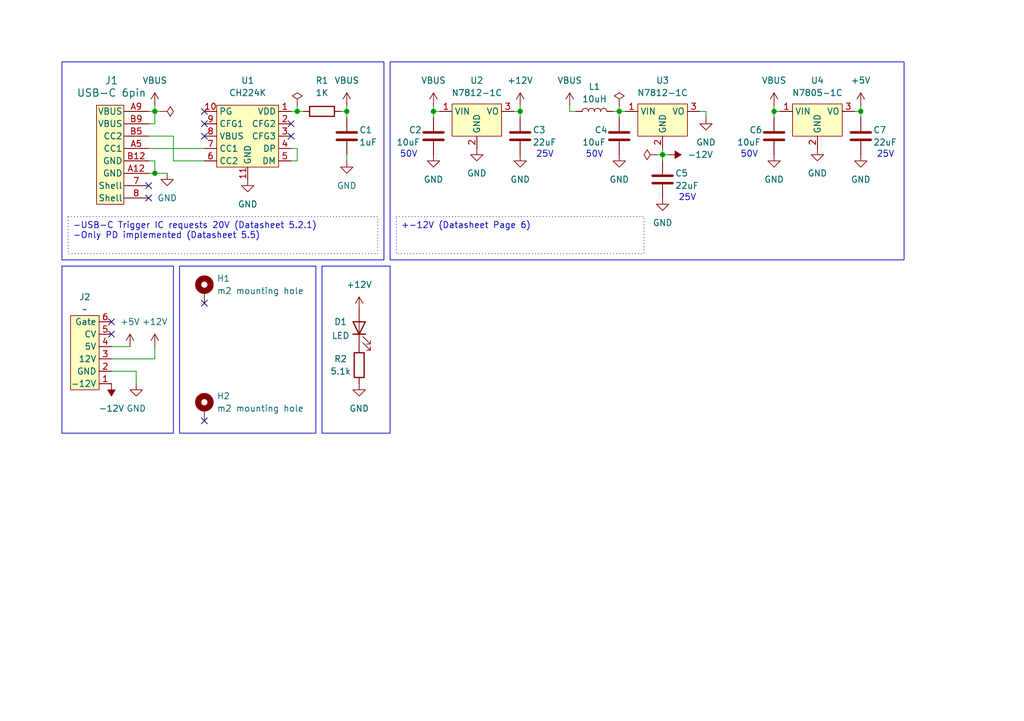
<source format=kicad_sch>
(kicad_sch (version 20231120) (generator "eeschema") (generator_version "8.0")
  (paper "A5")
  (title_block (title "Powerlin-USB-C") (date "2024-08-27") (rev "0.2"))
  (lib_symbols
    (symbol "Device:C" (pin_numbers hide) (pin_names (offset 0.254))
      (property "Reference" "C" (at 0.635 2.54 0))
      (property "Value" "C" (at 0.635 -2.54 0))
      (symbol "C_0_1"
        (polyline (pts (xy -2.032 -0.762) (xy 2.032 -0.762)) (stroke (width 0.508)))
        (polyline (pts (xy -2.032 0.762) (xy 2.032 0.762)) (stroke (width 0.508)))
      )
      (symbol "C_1_1"
        (pin passive line (at 0 3.81 270) (length 2.794) (name "~") (number "1"))
        (pin passive line (at 0 -3.81 90) (length 2.794) (name "~") (number "2"))
      )
    )
    (symbol "Device:L" (pin_numbers hide) (pin_names (offset 1.016) hide)
      (property "Reference" "L" (at -1.27 0 90))
      (property "Value" "L" (at 1.905 0 90))
      (symbol "L_0_1"
        (arc (start 0 -2.54) (mid 0.6323 -1.905) (end 0 -1.27))
        (arc (start 0 -1.27) (mid 0.6323 -0.635) (end 0 0))
        (arc (start 0 0) (mid 0.6323 0.635) (end 0 1.27))
        (arc (start 0 1.27) (mid 0.6323 1.905) (end 0 2.54))
      )
      (symbol "L_1_1"
        (pin passive line (at 0 3.81 270) (length 1.27) (name "1") (number "1"))
        (pin passive line (at 0 -3.81 90) (length 1.27) (name "2") (number "2"))
      )
    )
    (symbol "Device:LED" (pin_numbers hide) (pin_names (offset 1.016) hide)
      (property "Reference" "D" (at 0 2.54 0))
      (property "Value" "LED" (at 0 -2.54 0))
      (symbol "LED_0_1"
        (polyline (pts (xy -1.27 -1.27) (xy -1.27 1.27)) (stroke (width 0.254)))
        (polyline (pts (xy -1.27 0) (xy 1.27 0)))
        (polyline (pts (xy 1.27 -1.27) (xy 1.27 1.27) (xy -1.27 0) (xy 1.27 -1.27)) (stroke (width 0.254)))
        (polyline (pts (xy -3.048 -0.762) (xy -4.572 -2.286) (xy -3.81 -2.286) (xy -4.572 -2.286) (xy -4.572 -1.524)))
        (polyline (pts (xy -1.778 -0.762) (xy -3.302 -2.286) (xy -2.54 -2.286) (xy -3.302 -2.286) (xy -3.302 -1.524)))
      )
      (symbol "LED_1_1"
        (pin passive line (at -3.81 0 0) (length 2.54) (name "K") (number "1"))
        (pin passive line (at 3.81 0 180) (length 2.54) (name "A") (number "2"))
      )
    )
    (symbol "Device:R" (pin_numbers hide) (pin_names (offset 0))
      (property "Reference" "R" (at 2.032 0 90))
      (property "Value" "R" (at 0 0 90))
      (symbol "R_0_1"
        (rectangle (start -1.016 -2.54) (end 1.016 2.54) (stroke (width 0.254)))
      )
      (symbol "R_1_1"
        (pin passive line (at 0 3.81 270) (length 1.27) (name "~") (number "1"))
        (pin passive line (at 0 -3.81 90) (length 1.27) (name "~") (number "2"))
      )
    )
    (symbol "Mechanical:MountingHole_Pad" (pin_numbers hide) (pin_names (offset 1.016) hide) (exclude_from_sim yes) (in_bom no)
      (property "Reference" "H" (at 0 6.35 0))
      (property "Value" "MountingHole_Pad" (at 0 4.445 0))
      (symbol "MountingHole_Pad_0_1"
        (circle (center 0 1.27) (radius 1.27) (stroke (width 1.27)))
      )
      (symbol "MountingHole_Pad_1_1"
        (pin input line (at 0 -2.54 90) (length 2.54) (name "1") (number "1"))
      )
    )
    (symbol "Powerline-USB-C:16pin_Power_connector"
      (property "Reference" "J" (at -2.794 11.43 0))
      (symbol "16pin_Power_connector_1_1"
        (rectangle (start -5.842 10.16) (end 0 -5.08) (fill (type background)))
        (pin power_in line (at 2.54 -3.81 180) (length 2.54) (name "-12V") (number "1"))
        (pin power_in line (at 2.54 -1.27 180) (length 2.54) (name "GND") (number "2"))
        (pin power_in line (at 2.54 1.27 180) (length 2.54) (name "12V") (number "3"))
        (pin power_in line (at 2.54 3.81 180) (length 2.54) (name "5V") (number "4"))
        (pin bidirectional line (at 2.54 6.35 180) (length 2.54) (name "CV") (number "5"))
        (pin bidirectional line (at 2.54 8.89 180) (length 2.54) (name "Gate") (number "6"))
      )
    )
    (symbol "Powerline-USB-C:CH224K"
      (property "Reference" "U" (at 0 7.366 0))
      (property "Value" "CH224K" (at 1.27 -1.27 0))
      (symbol "CH224K_1_1"
        (rectangle (start -6.35 6.35) (end 6.35 -6.35) (fill (type background)))
        (pin power_in line (at -8.89 5.08 0) (length 2.54) (name "VDD") (number "1"))
        (pin output line (at 8.89 5.08 180) (length 2.54) (name "PG") (number "10"))
        (pin power_in line (at 0 -8.89 90) (length 2.54) (name "GND") (number "11"))
        (pin input line (at -8.89 2.54 0) (length 2.54) (name "CFG2") (number "2"))
        (pin input line (at -8.89 0 0) (length 2.54) (name "CFG3") (number "3"))
        (pin bidirectional line (at -8.89 -2.54 0) (length 2.54) (name "DP") (number "4"))
        (pin bidirectional line (at -8.89 -5.08 0) (length 2.54) (name "DM") (number "5"))
        (pin bidirectional line (at 8.89 -5.08 180) (length 2.54) (name "CC2") (number "6"))
        (pin bidirectional line (at 8.89 -2.54 180) (length 2.54) (name "CC1") (number "7"))
        (pin input line (at 8.89 0 180) (length 2.54) (name "VBUS") (number "8"))
        (pin input line (at 8.89 2.54 180) (length 2.54) (name "CFG1") (number "9"))
      )
    )
    (symbol "Powerline-USB-C:N7812-1C"
      (property "Reference" "U" (at 0 4.064 0))
      (property "Value" "N7812-1C" (at 0 2.54 0))
      (symbol "N7812-1C_1_1"
        (rectangle (start -5.08 1.524) (end 5.08 -5.08) (fill (type background)))
        (pin power_in line (at -7.62 0 0) (length 2.54) (name "VIN") (number "1"))
        (pin power_in line (at 0 -7.62 90) (length 2.54) (name "GND") (number "2"))
        (pin power_out line (at 7.62 0 180) (length 2.54) (name "VO") (number "3"))
      )
    )
    (symbol "Powerline-USB-C:Vertical 6pin USB C connector" (pin_names (offset 0.254))
      (property "Reference" "J" (at 0 25.908 0))
      (property "Value" "USB-C 6pin" (at 0 23.622 0))
      (symbol "Vertical 6pin USB C connector_1_1"
        (rectangle (start -3.048 10.16) (end 2.54 -10.16) (fill (type background)))
        (pin passive line (at 7.62 -6.35 180) (length 5.08) (name "Shell") (number "7"))
        (pin passive line (at 7.62 -8.89 180) (length 5.08) (name "Shell") (number "8"))
        (pin power_in line (at 7.62 -3.81 180) (length 5.08) (name "GND") (number "A12"))
        (pin bidirectional line (at 7.62 1.27 180) (length 5.08) (name "CC1") (number "A5"))
        (pin power_in line (at 7.62 8.89 180) (length 5.08) (name "VBUS") (number "A9"))
        (pin power_in line (at 7.62 -1.27 180) (length 5.08) (name "GND") (number "B12"))
        (pin bidirectional line (at 7.62 3.81 180) (length 5.08) (name "CC2") (number "B5"))
        (pin power_in line (at 7.62 6.35 180) (length 5.08) (name "VBUS") (number "B9"))
      )
      (symbol "Vertical 6pin USB C connector_1_2"
        (polyline (pts (xy 5.08 -15.24) (xy 12.7 -15.24)) (stroke (width 0.127)))
        (polyline (pts (xy 5.08 2.54) (xy 5.08 -15.24)) (stroke (width 0.127)))
        (polyline (pts (xy 7.62 -12.7) (xy 5.08 -12.7)) (stroke (width 0.127)))
        (polyline (pts (xy 7.62 -12.7) (xy 8.89 -13.5467)) (stroke (width 0.127)))
        (polyline (pts (xy 7.62 -12.7) (xy 8.89 -11.8533)) (stroke (width 0.127)))
        (polyline (pts (xy 7.62 -10.16) (xy 5.08 -10.16)) (stroke (width 0.127)))
        (polyline (pts (xy 7.62 -10.16) (xy 8.89 -11.0067)) (stroke (width 0.127)))
        (polyline (pts (xy 7.62 -10.16) (xy 8.89 -9.3133)) (stroke (width 0.127)))
        (polyline (pts (xy 7.62 -7.62) (xy 5.08 -7.62)) (stroke (width 0.127)))
        (polyline (pts (xy 7.62 -7.62) (xy 8.89 -8.4667)) (stroke (width 0.127)))
        (polyline (pts (xy 7.62 -7.62) (xy 8.89 -6.7733)) (stroke (width 0.127)))
        (polyline (pts (xy 7.62 -5.08) (xy 5.08 -5.08)) (stroke (width 0.127)))
        (polyline (pts (xy 7.62 -5.08) (xy 8.89 -5.9267)) (stroke (width 0.127)))
        (polyline (pts (xy 7.62 -5.08) (xy 8.89 -4.2333)) (stroke (width 0.127)))
        (polyline (pts (xy 7.62 -2.54) (xy 5.08 -2.54)) (stroke (width 0.127)))
        (polyline (pts (xy 7.62 -2.54) (xy 8.89 -3.3867)) (stroke (width 0.127)))
        (polyline (pts (xy 7.62 -2.54) (xy 8.89 -1.6933)) (stroke (width 0.127)))
        (polyline (pts (xy 7.62 0) (xy 5.08 0)) (stroke (width 0.127)))
        (polyline (pts (xy 7.62 0) (xy 8.89 -0.8467)) (stroke (width 0.127)))
        (polyline (pts (xy 7.62 0) (xy 8.89 0.8467)) (stroke (width 0.127)))
        (polyline (pts (xy 12.7 -15.24) (xy 12.7 2.54)) (stroke (width 0.127)))
        (polyline (pts (xy 12.7 2.54) (xy 5.08 2.54)) (stroke (width 0.127)))
        (pin power_out line (at 0 -5.08 0) (length 5.08) (name "GND") (number "A12"))
        (pin bidirectional line (at 0 0 0) (length 5.08) (name "CC1") (number "A5"))
        (pin power_in line (at 0 -2.54 0) (length 5.08) (name "VBUS") (number "A9"))
        (pin power_out line (at 0 -12.7 0) (length 5.08) (name "GND") (number "B12"))
        (pin bidirectional line (at 0 -7.62 0) (length 5.08) (name "CC2") (number "B5"))
        (pin power_in line (at 0 -10.16 0) (length 5.08) (name "VBUS") (number "B9"))
      )
    )
    (symbol "power:+12V" (power) (pin_numbers hide) (pin_names (offset 0) hide)
      (property "Value" "+12V" (at 0 3.556 0))
      (symbol "+12V_0_1"
        (polyline (pts (xy -0.762 1.27) (xy 0 2.54)))
        (polyline (pts (xy 0 0) (xy 0 2.54)))
        (polyline (pts (xy 0 2.54) (xy 0.762 1.27)))
      )
      (symbol "+12V_1_1"
        (pin power_in line (at 0 0 90) (length 0) (name "~") (number "1"))
      )
    )
    (symbol "power:+5V" (power) (pin_numbers hide) (pin_names (offset 0) hide)
      (property "Value" "+5V" (at 0 3.556 0))
      (symbol "+5V_0_1"
        (polyline (pts (xy -0.762 1.27) (xy 0 2.54)))
        (polyline (pts (xy 0 0) (xy 0 2.54)))
        (polyline (pts (xy 0 2.54) (xy 0.762 1.27)))
      )
      (symbol "+5V_1_1"
        (pin power_in line (at 0 0 90) (length 0) (name "~") (number "1"))
      )
    )
    (symbol "power:-12V" (power) (pin_numbers hide) (pin_names (offset 0) hide)
      (property "Value" "-12V" (at 0 3.556 0))
      (symbol "-12V_0_0"
        (pin power_in line (at 0 0 90) (length 0) (name "~") (number "1"))
      )
      (symbol "-12V_0_1"
        (polyline (pts (xy 0 0) (xy 0 1.27) (xy 0.762 1.27) (xy 0 2.54) (xy -0.762 1.27) (xy 0 1.27)) (fill (type outline)))
      )
    )
    (symbol "power:GND" (power) (pin_numbers hide) (pin_names (offset 0) hide)
      (property "Value" "GND" (at 0 -3.81 0))
      (symbol "GND_0_1"
        (polyline (pts (xy 0 0) (xy 0 -1.27) (xy 1.27 -1.27) (xy 0 -2.54) (xy -1.27 -1.27) (xy 0 -1.27)))
      )
      (symbol "GND_1_1"
        (pin power_in line (at 0 0 270) (length 0) (name "~") (number "1"))
      )
    )
    (symbol "power:PWR_FLAG" (power) (pin_numbers hide) (pin_names (offset 0) hide)
      (property "Value" "PWR_FLAG" (at 0 3.81 0))
      (symbol "PWR_FLAG_0_0"
        (pin power_out line (at 0 0 90) (length 0) (name "~") (number "1"))
      )
      (symbol "PWR_FLAG_0_1"
        (polyline (pts (xy 0 0) (xy 0 1.27) (xy -1.016 1.905) (xy 0 2.54) (xy 1.016 1.905) (xy 0 1.27)))
      )
    )
    (symbol "power:VBUS" (power) (pin_numbers hide) (pin_names (offset 0) hide)
      (property "Value" "VBUS" (at 0 3.556 0))
      (symbol "VBUS_0_1"
        (polyline (pts (xy -0.762 1.27) (xy 0 2.54)))
        (polyline (pts (xy 0 0) (xy 0 2.54)))
        (polyline (pts (xy 0 2.54) (xy 0.762 1.27)))
      )
      (symbol "VBUS_1_1"
        (pin power_in line (at 0 0 90) (length 0) (name "~") (number "1"))
      )
    )
  )
  (junction (at 71.12 22.86))
  (junction (at 176.53 22.86))
  (junction (at 158.75 22.86))
  (junction (at 31.75 22.86))
  (junction (at 127 22.86))
  (junction (at 106.68 22.86))
  (junction (at 135.89 31.75))
  (junction (at 31.75 35.56))
  (junction (at 88.9 22.86))
  (junction (at 60.96 22.86))
  (no_connect (at 41.91 86.36))
  (no_connect (at 30.48 40.64))
  (no_connect (at 41.91 22.86))
  (no_connect (at 59.69 27.94))
  (no_connect (at 22.86 68.58))
  (no_connect (at 30.48 38.1))
  (no_connect (at 22.86 66.04))
  (no_connect (at 59.69 25.4))
  (no_connect (at 41.91 27.94))
  (no_connect (at 41.91 62.23))
  (no_connect (at 41.91 25.4))
  (wire (pts (xy 127 22.86) (xy 128.27 22.86)))
  (wire (pts (xy 31.75 22.86) (xy 31.75 25.4)))
  (wire (pts (xy 60.96 22.86) (xy 59.69 22.86)))
  (wire (pts (xy 35.56 27.94) (xy 35.56 33.02)))
  (wire (pts (xy 31.75 21.59) (xy 31.75 22.86)))
  (wire (pts (xy 26.67 71.12) (xy 22.86 71.12)))
  (wire (pts (xy 60.96 21.59) (xy 60.96 22.86)))
  (wire (pts (xy 62.23 22.86) (xy 60.96 22.86)))
  (wire (pts (xy 144.78 24.13) (xy 144.78 22.86)))
  (wire (pts (xy 71.12 22.86) (xy 69.85 22.86)))
  (wire (pts (xy 158.75 22.86) (xy 160.02 22.86)))
  (wire (pts (xy 135.89 30.48) (xy 135.89 31.75)))
  (wire (pts (xy 30.48 30.48) (xy 41.91 30.48)))
  (wire (pts (xy 33.02 22.86) (xy 31.75 22.86)))
  (wire (pts (xy 30.48 35.56) (xy 31.75 35.56)))
  (wire (pts (xy 71.12 33.02) (xy 71.12 31.75)))
  (wire (pts (xy 60.96 30.48) (xy 60.96 33.02)))
  (wire (pts (xy 31.75 33.02) (xy 30.48 33.02)))
  (wire (pts (xy 116.84 21.59) (xy 116.84 22.86)))
  (wire (pts (xy 31.75 25.4) (xy 30.48 25.4)))
  (wire (pts (xy 106.68 22.86) (xy 106.68 24.13)))
  (wire (pts (xy 30.48 27.94) (xy 35.56 27.94)))
  (wire (pts (xy 127 22.86) (xy 127 24.13)))
  (wire (pts (xy 31.75 22.86) (xy 30.48 22.86)))
  (wire (pts (xy 35.56 33.02) (xy 41.91 33.02)))
  (wire (pts (xy 88.9 22.86) (xy 88.9 24.13)))
  (wire (pts (xy 125.73 22.86) (xy 127 22.86)))
  (wire (pts (xy 106.68 21.59) (xy 106.68 22.86)))
  (wire (pts (xy 158.75 22.86) (xy 158.75 24.13)))
  (wire (pts (xy 158.75 21.59) (xy 158.75 22.86)))
  (wire (pts (xy 127 21.59) (xy 127 22.86)))
  (wire (pts (xy 60.96 33.02) (xy 59.69 33.02)))
  (wire (pts (xy 31.75 73.66) (xy 22.86 73.66)))
  (wire (pts (xy 116.84 22.86) (xy 118.11 22.86)))
  (wire (pts (xy 22.86 76.2) (xy 27.94 76.2)))
  (wire (pts (xy 175.26 22.86) (xy 176.53 22.86)))
  (wire (pts (xy 88.9 21.59) (xy 88.9 22.86)))
  (wire (pts (xy 135.89 31.75) (xy 135.89 33.02)))
  (wire (pts (xy 144.78 22.86) (xy 143.51 22.86)))
  (wire (pts (xy 31.75 71.12) (xy 31.75 73.66)))
  (wire (pts (xy 59.69 30.48) (xy 60.96 30.48)))
  (wire (pts (xy 34.29 35.56) (xy 31.75 35.56)))
  (wire (pts (xy 134.62 31.75) (xy 135.89 31.75)))
  (wire (pts (xy 135.89 31.75) (xy 137.16 31.75)))
  (wire (pts (xy 105.41 22.86) (xy 106.68 22.86)))
  (wire (pts (xy 176.53 21.59) (xy 176.53 22.86)))
  (wire (pts (xy 31.75 35.56) (xy 31.75 33.02)))
  (wire (pts (xy 176.53 22.86) (xy 176.53 24.13)))
  (wire (pts (xy 71.12 24.13) (xy 71.12 22.86)))
  (wire (pts (xy 88.9 22.86) (xy 90.17 22.86)))
  (wire (pts (xy 27.94 76.2) (xy 27.94 78.74)))
  (wire (pts (xy 71.12 21.59) (xy 71.12 22.86)))
  (rectangle (start 12.7 54.61) (end 35.56 88.9))
  (rectangle (start 36.83 54.61) (end 64.77 88.9))
  (rectangle (start 80.01 12.7) (end 185.42 53.34))
  (rectangle (start 66.04 54.61) (end 80.01 88.9))
  (rectangle (start 12.7 12.7) (end 78.74 53.34))
  (text_box "-USB-C Trigger IC requests 20V (Datasheet 5.2.1)\n-Only PD implemented (Datasheet 5.5)" (at 13.97 44.45 0) (size 63.5 7.62) (stroke (width 0) (type dot)) (effects (font (size 1.27 1.27)) (justify left top)))
  (text_box "+-12V (Datasheet Page 6)" (at 81.28 44.45 0) (size 50.8 7.62) (stroke (width 0) (type dot)) (effects (font (size 1.27 1.27)) (justify left top)))
  (text "25V" (at 181.61 31.75 0) (effects (font (size 1.27 1.27))))
  (text "50V\n" (at 121.92 31.75 0) (effects (font (size 1.27 1.27))))
  (text "25V" (at 140.97 40.64 0) (effects (font (size 1.27 1.27))))
  (text "25V" (at 111.76 31.75 0) (effects (font (size 1.27 1.27))))
  (text "50V\n" (at 83.82 31.75 0) (effects (font (size 1.27 1.27))))
  (text "50V\n" (at 153.67 31.75 0) (effects (font (size 1.27 1.27))))
  (symbol (lib_id "Device:C") (at 176.53 27.94 0) (unit 1)
    (property "Reference" "C7" (at 179.07 26.67 0) (effects (justify left)))
    (property "Value" "22uF" (at 179.07 29.21 0) (effects (justify left)))
    (property "Footprint" "Capacitor_SMD:C_1210_3225Metric" (effects (hide yes)))
    (property "Description" "Unpolarized capacitor" (effects (hide yes)))
  )
  (symbol (lib_id "power:-12V") (at 22.86 78.74 180) (unit 1)
    (property "Reference" "#PWR016" (effects (hide yes)))
    (property "Value" "-12V" (at 22.86 83.82 0))
    (property "Description" "Power symbol creates a global label with name \"-12V\"" (effects (hide yes)))
  )
  (symbol (lib_id "power:GND") (at 127 31.75 0) (unit 1)
    (property "Reference" "#PWR012" (effects (hide yes)))
    (property "Value" "GND" (at 127 36.83 0))
    (property "Description" "Power symbol creates a global label with name \"GND\" , ground" (effects (hide yes)))
  )
  (symbol (lib_id "Powerline-USB-C:N7812-1C") (at 97.79 22.86 0) (unit 1)
    (property "Reference" "U2" (at 97.79 16.51 0))
    (property "Value" "N7812-1C" (at 97.79 19.05 0))
    (property "Footprint" "Powerline-USB-C:N7812-1C" (effects (hide yes)))
    (property "Datasheet" "https://www.meanwell.com/webapp/product/search.aspx?prod=N78" (effects (hide yes)))
    (property "Description" "Non Isolated Voltage Regulator" (effects (hide yes)))
  )
  (symbol (lib_id "Device:C") (at 106.68 27.94 0) (unit 1)
    (property "Reference" "C3" (at 109.22 26.67 0) (effects (justify left)))
    (property "Value" "22uF" (at 109.22 29.21 0) (effects (justify left)))
    (property "Footprint" "Capacitor_SMD:C_1210_3225Metric" (effects (hide yes)))
    (property "Description" "Unpolarized capacitor" (effects (hide yes)))
  )
  (symbol (lib_id "power:PWR_FLAG") (at 127 21.59 0) (unit 1)
    (property "Reference" "#FLG03" (effects (hide yes)))
    (property "Value" "PWR_FLAG" (effects (hide yes)))
    (property "Description" "Special symbol for telling ERC where power comes from" (effects (hide yes)))
  )
  (symbol (lib_id "Device:C") (at 135.89 36.83 0) (unit 1)
    (property "Reference" "C5" (at 138.43 35.56 0) (effects (justify left)))
    (property "Value" "22uF" (at 138.43 38.1 0) (effects (justify left)))
    (property "Footprint" "Capacitor_SMD:C_1210_3225Metric" (effects (hide yes)))
    (property "Description" "Unpolarized capacitor" (effects (hide yes)))
  )
  (symbol (lib_id "power:GND") (at 167.64 30.48 0) (unit 1)
    (property "Reference" "#PWR022" (effects (hide yes)))
    (property "Value" "GND" (at 167.64 35.56 0))
    (property "Description" "Power symbol creates a global label with name \"GND\" , ground" (effects (hide yes)))
  )
  (symbol (lib_id "power:GND") (at 135.89 40.64 0) (unit 1)
    (property "Reference" "#PWR014" (effects (hide yes)))
    (property "Value" "GND" (at 135.89 45.72 0))
    (property "Description" "Power symbol creates a global label with name \"GND\" , ground" (effects (hide yes)))
  )
  (symbol (lib_id "power:VBUS") (at 71.12 21.59 0) (unit 1)
    (property "Reference" "#PWR04" (effects (hide yes)))
    (property "Value" "VBUS" (at 71.12 16.51 0))
    (property "Description" "Power symbol creates a global label with name \"VBUS\"" (effects (hide yes)))
  )
  (symbol (lib_id "power:GND") (at 88.9 31.75 0) (unit 1)
    (property "Reference" "#PWR07" (effects (hide yes)))
    (property "Value" "GND" (at 88.9 36.83 0))
    (property "Description" "Power symbol creates a global label with name \"GND\" , ground" (effects (hide yes)))
  )
  (symbol (lib_id "Powerline-USB-C:CH224K") (at 50.8 27.94 0) (mirror y) (unit 1)
    (property "Reference" "U1" (at 50.8 16.51 0))
    (property "Value" "CH224K" (at 50.8 19.05 0))
    (property "Footprint" "Package_SO:SSOP-10-1EP_3.9x4.9mm_P1mm_EP2.1x3.3mm_ThermalVias" (effects (hide yes)))
    (property "Datasheet" "https://www.laskakit.cz/user/related_files/ch224ds1.pdf" (effects (hide yes)))
    (property "Description" "USB PD Trigger Chip" (effects (hide yes)))
  )
  (symbol (lib_id "power:+12V") (at 73.66 63.5 0) (unit 1)
    (property "Reference" "#PWR028" (effects (hide yes)))
    (property "Value" "+12V" (at 73.66 58.42 0))
    (property "Description" "Power symbol creates a global label with name \"+12V\"" (effects (hide yes)))
  )
  (symbol (lib_id "power:VBUS") (at 116.84 21.59 0) (unit 1)
    (property "Reference" "#PWR011" (effects (hide yes)))
    (property "Value" "VBUS" (at 116.84 16.51 0))
    (property "Description" "Power symbol creates a global label with name \"VBUS\"" (effects (hide yes)))
  )
  (symbol (lib_id "Device:C") (at 88.9 27.94 0) (unit 1)
    (property "Reference" "C2" (at 83.82 26.67 0) (effects (justify left)))
    (property "Value" "10uF" (at 81.28 29.21 0) (effects (justify left)))
    (property "Footprint" "Capacitor_SMD:C_1210_3225Metric" (effects (hide yes)))
    (property "Description" "Unpolarized capacitor" (effects (hide yes)))
  )
  (symbol (lib_id "Mechanical:MountingHole_Pad") (at 41.91 59.69 0) (unit 1) (exclude_from_sim yes) (in_bom no)
    (property "Reference" "H1" (at 44.45 57.1499 0) (effects (justify left)))
    (property "Value" "m2 mounting hole" (at 44.45 59.6899 0) (effects (justify left)))
    (property "Footprint" "MountingHole:MountingHole_2.2mm_M2_DIN965_Pad" (effects (hide yes)))
    (property "Description" "Mounting Hole with connection" (effects (hide yes)))
  )
  (symbol (lib_id "Device:R") (at 73.66 74.93 180) (unit 1)
    (property "Reference" "R2" (at 69.85 73.66 0))
    (property "Value" "5.1k" (at 69.85 76.2 0))
    (property "Footprint" "Capacitor_SMD:C_0603_1608Metric" (effects (hide yes)))
    (property "Description" "Resistor" (effects (hide yes)))
  )
  (symbol (lib_id "power:PWR_FLAG") (at 134.62 31.75 90) (unit 1)
    (property "Reference" "#FLG04" (effects (hide yes)))
    (property "Value" "PWR_FLAG" (effects (hide yes)))
    (property "Description" "Special symbol for telling ERC where power comes from" (effects (hide yes)))
  )
  (symbol (lib_id "power:PWR_FLAG") (at 33.02 22.86 270) (unit 1)
    (property "Reference" "#FLG01" (effects (hide yes)))
    (property "Value" "PWR_FLAG" (effects (hide yes)))
    (property "Description" "Special symbol for telling ERC where power comes from" (effects (hide yes)))
  )
  (symbol (lib_id "power:GND") (at 73.66 78.74 0) (unit 1)
    (property "Reference" "#PWR029" (effects (hide yes)))
    (property "Value" "GND" (at 73.66 83.82 0))
    (property "Description" "Power symbol creates a global label with name \"GND\" , ground" (effects (hide yes)))
  )
  (symbol (lib_id "power:VBUS") (at 88.9 21.59 0) (unit 1)
    (property "Reference" "#PWR06" (effects (hide yes)))
    (property "Value" "VBUS" (at 88.9 16.51 0))
    (property "Description" "Power symbol creates a global label with name \"VBUS\"" (effects (hide yes)))
  )
  (symbol (lib_id "power:+12V") (at 31.75 71.12 0) (unit 1)
    (property "Reference" "#PWR018" (effects (hide yes)))
    (property "Value" "+12V" (at 31.75 66.04 0))
    (property "Description" "Power symbol creates a global label with name \"+12V\"" (effects (hide yes)))
  )
  (symbol (lib_id "power:VBUS") (at 31.75 21.59 0) (unit 1)
    (property "Reference" "#PWR01" (effects (hide yes)))
    (property "Value" "VBUS" (at 31.75 16.51 0))
    (property "Description" "Power symbol creates a global label with name \"VBUS\"" (effects (hide yes)))
  )
  (symbol (lib_id "power:GND") (at 176.53 31.75 0) (unit 1)
    (property "Reference" "#PWR024" (effects (hide yes)))
    (property "Value" "GND" (at 176.53 36.83 0))
    (property "Description" "Power symbol creates a global label with name \"GND\" , ground" (effects (hide yes)))
  )
  (symbol (lib_id "Device:LED") (at 73.66 67.31 90) (unit 1)
    (property "Reference" "D1" (at 69.85 66.04 90))
    (property "Value" "LED" (at 69.85 68.8975 90))
    (property "Footprint" "LED_THT:LED_D3.0mm" (effects (hide yes)))
    (property "Description" "Light emitting diode" (effects (hide yes)))
  )
  (symbol (lib_id "power:+5V") (at 176.53 21.59 0) (unit 1)
    (property "Reference" "#PWR023" (effects (hide yes)))
    (property "Value" "+5V" (at 176.53 16.51 0))
    (property "Description" "Power symbol creates a global label with name \"+5V\"" (effects (hide yes)))
  )
  (symbol (lib_id "Powerline-USB-C:Vertical 6pin USB C connector") (at 22.86 31.75 0) (unit 1)
    (property "Reference" "J1" (at 22.86 16.51 0) (effects (font (size 1.524 1.524))))
    (property "Value" "USB-C 6pin" (at 22.86 19.05 0) (effects (font (size 1.524 1.524))))
    (property "Footprint" "Powerline-USB-C:6pin Vertical USB C connector" (effects (hide yes)))
    (property "Datasheet" "https://www.molex.com/en-us/products/part-detail/2171780001?display=pdf" (effects (hide yes)))
    (property "Description" "Vertical 6pin USB c connector" (effects (hide yes)))
  )
  (symbol (lib_id "power:VBUS") (at 158.75 21.59 0) (unit 1)
    (property "Reference" "#PWR020" (effects (hide yes)))
    (property "Value" "VBUS" (at 158.75 16.51 0))
    (property "Description" "Power symbol creates a global label with name \"VBUS\"" (effects (hide yes)))
  )
  (symbol (lib_id "power:GND") (at 144.78 24.13 0) (unit 1)
    (property "Reference" "#PWR015" (effects (hide yes)))
    (property "Value" "GND" (at 144.78 29.21 0))
    (property "Description" "Power symbol creates a global label with name \"GND\" , ground" (effects (hide yes)))
  )
  (symbol (lib_id "power:GND") (at 34.29 35.56 0) (unit 1)
    (property "Reference" "#PWR02" (effects (hide yes)))
    (property "Value" "GND" (at 34.29 40.64 0))
    (property "Description" "Power symbol creates a global label with name \"GND\" , ground" (effects (hide yes)))
  )
  (symbol (lib_id "Device:C") (at 71.12 27.94 0) (unit 1)
    (property "Reference" "C1" (at 73.66 26.67 0) (effects (justify left)))
    (property "Value" "1uF" (at 73.66 29.21 0) (effects (justify left)))
    (property "Footprint" "Capacitor_SMD:C_0805_2012Metric" (effects (hide yes)))
    (property "Description" "Unpolarized capacitor" (effects (hide yes)))
  )
  (symbol (lib_id "power:GND") (at 27.94 78.74 0) (unit 1)
    (property "Reference" "#PWR017" (effects (hide yes)))
    (property "Value" "GND" (at 27.94 83.82 0))
    (property "Description" "Power symbol creates a global label with name \"GND\" , ground" (effects (hide yes)))
  )
  (symbol (lib_id "power:GND") (at 97.79 30.48 0) (unit 1)
    (property "Reference" "#PWR08" (effects (hide yes)))
    (property "Value" "GND" (at 97.79 35.56 0))
    (property "Description" "Power symbol creates a global label with name \"GND\" , ground" (effects (hide yes)))
  )
  (symbol (lib_id "power:GND") (at 158.75 31.75 0) (unit 1)
    (property "Reference" "#PWR021" (effects (hide yes)))
    (property "Value" "GND" (at 158.75 36.83 0))
    (property "Description" "Power symbol creates a global label with name \"GND\" , ground" (effects (hide yes)))
  )
  (symbol (lib_id "power:GND") (at 71.12 33.02 0) (unit 1)
    (property "Reference" "#PWR05" (effects (hide yes)))
    (property "Value" "GND" (at 71.12 38.1 0))
    (property "Description" "Power symbol creates a global label with name \"GND\" , ground" (effects (hide yes)))
  )
  (symbol (lib_id "Device:L") (at 121.92 22.86 90) (unit 1)
    (property "Reference" "L1" (at 121.92 17.78 90))
    (property "Value" "10uH" (at 121.92 20.32 90))
    (property "Footprint" "Inductor_SMD:L_1210_3225Metric" (effects (hide yes)))
    (property "Description" "Inductor" (effects (hide yes)))
  )
  (symbol (lib_id "power:GND") (at 106.68 31.75 0) (unit 1)
    (property "Reference" "#PWR010" (effects (hide yes)))
    (property "Value" "GND" (at 106.68 36.83 0))
    (property "Description" "Power symbol creates a global label with name \"GND\" , ground" (effects (hide yes)))
  )
  (symbol (lib_id "power:GND") (at 50.8 36.83 0) (mirror y) (unit 1)
    (property "Reference" "#PWR03" (effects (hide yes)))
    (property "Value" "GND" (at 50.8 41.91 0))
    (property "Description" "Power symbol creates a global label with name \"GND\" , ground" (effects (hide yes)))
  )
  (symbol (lib_id "power:PWR_FLAG") (at 60.96 21.59 0) (unit 1)
    (property "Reference" "#FLG02" (effects (hide yes)))
    (property "Value" "PWR_FLAG" (effects (hide yes)))
    (property "Description" "Special symbol for telling ERC where power comes from" (effects (hide yes)))
  )
  (symbol (lib_id "Device:R") (at 66.04 22.86 90) (unit 1)
    (property "Reference" "R1" (at 66.04 16.51 90))
    (property "Value" "1K" (at 66.04 19.05 90))
    (property "Footprint" "Resistor_SMD:R_0603_1608Metric" (effects (hide yes)))
    (property "Description" "Resistor" (effects (hide yes)))
  )
  (symbol (lib_id "Powerline-USB-C:16pin_Power_connector") (at 20.32 74.93 0) (unit 1)
    (property "Reference" "J2" (at 17.399 60.96 0))
    (property "Value" "~" (at 17.399 63.5 0))
    (property "Footprint" "Powerline-USB-C:Keyed_16pin_Powerheader" (effects (hide yes)))
  )
  (symbol (lib_id "Device:C") (at 158.75 27.94 0) (unit 1)
    (property "Reference" "C6" (at 153.67 26.67 0) (effects (justify left)))
    (property "Value" "10uF" (at 151.13 29.21 0) (effects (justify left)))
    (property "Footprint" "Capacitor_SMD:C_1210_3225Metric" (effects (hide yes)))
    (property "Description" "Unpolarized capacitor" (effects (hide yes)))
  )
  (symbol (lib_id "power:+5V") (at 26.67 71.12 0) (unit 1)
    (property "Reference" "#PWR019" (effects (hide yes)))
    (property "Value" "+5V" (at 26.67 66.04 0))
    (property "Description" "Power symbol creates a global label with name \"+5V\"" (effects (hide yes)))
  )
  (symbol (lib_id "Powerline-USB-C:N7812-1C") (at 135.89 22.86 0) (unit 1)
    (property "Reference" "U3" (at 135.89 16.51 0))
    (property "Value" "N7812-1C" (at 135.89 19.05 0))
    (property "Footprint" "Powerline-USB-C:N7812-1C" (effects (hide yes)))
    (property "Datasheet" "https://www.meanwell.com/webapp/product/search.aspx?prod=N78" (effects (hide yes)))
    (property "Description" "Non Isolated Voltage Regulator" (effects (hide yes)))
  )
  (symbol (lib_id "Powerline-USB-C:N7812-1C") (at 167.64 22.86 0) (unit 1)
    (property "Reference" "U4" (at 167.64 16.51 0))
    (property "Value" "N7805-1C" (at 167.64 19.05 0))
    (property "Footprint" "Powerline-USB-C:N7812-1C" (effects (hide yes)))
    (property "Datasheet" "https://www.meanwell.com/webapp/product/search.aspx?prod=N78" (effects (hide yes)))
    (property "Description" "Non Isolated Voltage Regulator" (effects (hide yes)))
  )
  (symbol (lib_id "power:-12V") (at 137.16 31.75 270) (unit 1)
    (property "Reference" "#PWR013" (effects (hide yes)))
    (property "Value" "-12V" (at 140.97 31.7499 90) (effects (justify left)))
    (property "Description" "Power symbol creates a global label with name \"-12V\"" (effects (hide yes)))
  )
  (symbol (lib_id "Device:C") (at 127 27.94 0) (unit 1)
    (property "Reference" "C4" (at 121.92 26.67 0) (effects (justify left)))
    (property "Value" "10uF" (at 119.38 29.21 0) (effects (justify left)))
    (property "Footprint" "Capacitor_SMD:C_1210_3225Metric" (effects (hide yes)))
    (property "Description" "Unpolarized capacitor" (effects (hide yes)))
  )
  (symbol (lib_id "power:+12V") (at 106.68 21.59 0) (unit 1)
    (property "Reference" "#PWR09" (effects (hide yes)))
    (property "Value" "+12V" (at 106.68 16.51 0))
    (property "Description" "Power symbol creates a global label with name \"+12V\"" (effects (hide yes)))
  )
  (symbol (lib_id "Mechanical:MountingHole_Pad") (at 41.91 83.82 0) (unit 1) (exclude_from_sim yes) (in_bom no)
    (property "Reference" "H2" (at 44.45 81.2799 0) (effects (justify left)))
    (property "Value" "m2 mounting hole" (at 44.45 83.8199 0) (effects (justify left)))
    (property "Footprint" "MountingHole:MountingHole_2.2mm_M2_DIN965_Pad" (effects (hide yes)))
    (property "Description" "Mounting Hole with connection" (effects (hide yes)))
  )
)
</source>
